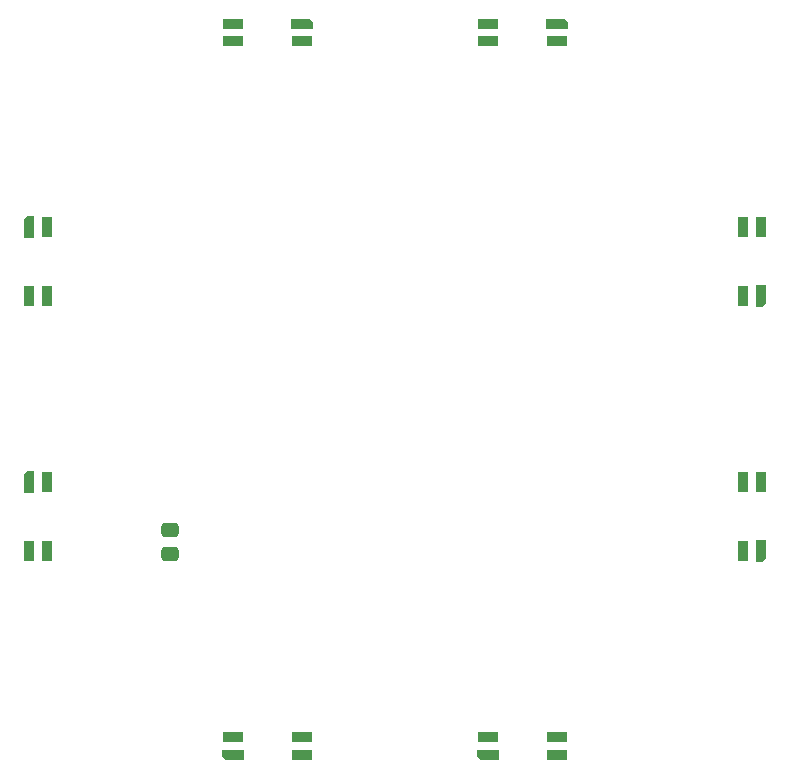
<source format=gbr>
%TF.GenerationSoftware,KiCad,Pcbnew,7.0.9*%
%TF.CreationDate,2023-12-12T22:55:11+09:00*%
%TF.ProjectId,shikisaku,7368696b-6973-4616-9b75-2e6b69636164,rev?*%
%TF.SameCoordinates,Original*%
%TF.FileFunction,Paste,Top*%
%TF.FilePolarity,Positive*%
%FSLAX46Y46*%
G04 Gerber Fmt 4.6, Leading zero omitted, Abs format (unit mm)*
G04 Created by KiCad (PCBNEW 7.0.9) date 2023-12-12 22:55:11*
%MOMM*%
%LPD*%
G01*
G04 APERTURE LIST*
G04 Aperture macros list*
%AMRoundRect*
0 Rectangle with rounded corners*
0 $1 Rounding radius*
0 $2 $3 $4 $5 $6 $7 $8 $9 X,Y pos of 4 corners*
0 Add a 4 corners polygon primitive as box body*
4,1,4,$2,$3,$4,$5,$6,$7,$8,$9,$2,$3,0*
0 Add four circle primitives for the rounded corners*
1,1,$1+$1,$2,$3*
1,1,$1+$1,$4,$5*
1,1,$1+$1,$6,$7*
1,1,$1+$1,$8,$9*
0 Add four rect primitives between the rounded corners*
20,1,$1+$1,$2,$3,$4,$5,0*
20,1,$1+$1,$4,$5,$6,$7,0*
20,1,$1+$1,$6,$7,$8,$9,0*
20,1,$1+$1,$8,$9,$2,$3,0*%
%AMOutline5P*
0 Free polygon, 5 corners , with rotation*
0 The origin of the aperture is its center*
0 number of corners: always 5*
0 $1 to $10 corner X, Y*
0 $11 Rotation angle, in degrees counterclockwise*
0 create outline with 5 corners*
4,1,5,$1,$2,$3,$4,$5,$6,$7,$8,$9,$10,$1,$2,$11*%
%AMOutline6P*
0 Free polygon, 6 corners , with rotation*
0 The origin of the aperture is its center*
0 number of corners: always 6*
0 $1 to $12 corner X, Y*
0 $13 Rotation angle, in degrees counterclockwise*
0 create outline with 6 corners*
4,1,6,$1,$2,$3,$4,$5,$6,$7,$8,$9,$10,$11,$12,$1,$2,$13*%
%AMOutline7P*
0 Free polygon, 7 corners , with rotation*
0 The origin of the aperture is its center*
0 number of corners: always 7*
0 $1 to $14 corner X, Y*
0 $15 Rotation angle, in degrees counterclockwise*
0 create outline with 7 corners*
4,1,7,$1,$2,$3,$4,$5,$6,$7,$8,$9,$10,$11,$12,$13,$14,$1,$2,$15*%
%AMOutline8P*
0 Free polygon, 8 corners , with rotation*
0 The origin of the aperture is its center*
0 number of corners: always 8*
0 $1 to $16 corner X, Y*
0 $17 Rotation angle, in degrees counterclockwise*
0 create outline with 8 corners*
4,1,8,$1,$2,$3,$4,$5,$6,$7,$8,$9,$10,$11,$12,$13,$14,$15,$16,$1,$2,$17*%
G04 Aperture macros list end*
%ADD10RoundRect,0.250000X0.475000X-0.337500X0.475000X0.337500X-0.475000X0.337500X-0.475000X-0.337500X0*%
%ADD11R,1.800000X0.820000*%
%ADD12Outline5P,-0.900000X0.410000X0.654000X0.410000X0.900000X0.164000X0.900000X-0.410000X-0.900000X-0.410000X0.000000*%
%ADD13R,0.820000X1.800000*%
%ADD14Outline5P,-0.900000X0.410000X0.654000X0.410000X0.900000X0.164000X0.900000X-0.410000X-0.900000X-0.410000X270.000000*%
%ADD15Outline5P,-0.900000X0.410000X0.654000X0.410000X0.900000X0.164000X0.900000X-0.410000X-0.900000X-0.410000X180.000000*%
%ADD16Outline5P,-0.900000X0.410000X0.654000X0.410000X0.900000X0.164000X0.900000X-0.410000X-0.900000X-0.410000X90.000000*%
G04 APERTURE END LIST*
D10*
%TO.C,C1*%
X112700000Y-105720000D03*
X112700000Y-103645000D03*
%TD*%
D11*
%TO.C,D7*%
X118005000Y-62300000D03*
X118005000Y-60800000D03*
D12*
X123905000Y-60800000D03*
D11*
X123905000Y-62300000D03*
%TD*%
D13*
%TO.C,D5*%
X161200000Y-78005000D03*
X162700000Y-78005000D03*
D14*
X162700000Y-83905000D03*
D13*
X161200000Y-83905000D03*
%TD*%
D11*
%TO.C,D6*%
X139595000Y-62300000D03*
X139595000Y-60800000D03*
D12*
X145495000Y-60800000D03*
D11*
X145495000Y-62300000D03*
%TD*%
%TO.C,D3*%
X145495000Y-121200000D03*
X145495000Y-122700000D03*
D15*
X139595000Y-122700000D03*
D11*
X139595000Y-121200000D03*
%TD*%
D13*
%TO.C,D1*%
X102300000Y-105495000D03*
X100800000Y-105495000D03*
D16*
X100800000Y-99595000D03*
D13*
X102300000Y-99595000D03*
%TD*%
%TO.C,D4*%
X161200000Y-99595000D03*
X162700000Y-99595000D03*
D14*
X162700000Y-105495000D03*
D13*
X161200000Y-105495000D03*
%TD*%
%TO.C,D8*%
X102300000Y-83905000D03*
X100800000Y-83905000D03*
D16*
X100800000Y-78005000D03*
D13*
X102300000Y-78005000D03*
%TD*%
D11*
%TO.C,D2*%
X123905000Y-121200000D03*
X123905000Y-122700000D03*
D15*
X118005000Y-122700000D03*
D11*
X118005000Y-121200000D03*
%TD*%
M02*

</source>
